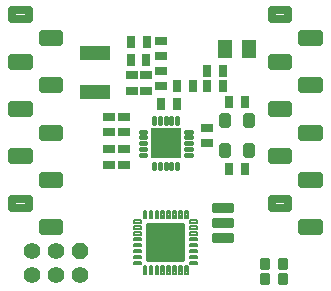
<source format=gts>
G75*
G70*
%OFA0B0*%
%FSLAX24Y24*%
%IPPOS*%
%LPD*%
%AMOC8*
5,1,8,0,0,1.08239X$1,22.5*
%
%ADD10C,0.0079*%
%ADD11C,0.0129*%
%ADD12C,0.0170*%
%ADD13OC8,0.0560*%
%ADD14C,0.0560*%
%ADD15R,0.0490X0.0640*%
%ADD16C,0.0270*%
%ADD17R,0.0394X0.0316*%
%ADD18R,0.0316X0.0394*%
%ADD19R,0.1030X0.1030*%
%ADD20C,0.0156*%
%ADD21C,0.0195*%
%ADD22R,0.1024X0.0512*%
D10*
X007231Y003039D02*
X007469Y003039D01*
X007469Y002959D01*
X007231Y002959D01*
X007231Y003039D01*
X007231Y003037D02*
X007469Y003037D01*
X007469Y003235D02*
X007231Y003235D01*
X007469Y003235D02*
X007469Y003155D01*
X007231Y003155D01*
X007231Y003235D01*
X007231Y003233D02*
X007469Y003233D01*
X007469Y003432D02*
X007231Y003432D01*
X007469Y003432D02*
X007469Y003352D01*
X007231Y003352D01*
X007231Y003432D01*
X007231Y003430D02*
X007469Y003430D01*
X007469Y003629D02*
X007231Y003629D01*
X007469Y003629D02*
X007469Y003549D01*
X007231Y003549D01*
X007231Y003629D01*
X007231Y003627D02*
X007469Y003627D01*
X007469Y003826D02*
X007231Y003826D01*
X007469Y003826D02*
X007469Y003746D01*
X007231Y003746D01*
X007231Y003826D01*
X007231Y003824D02*
X007469Y003824D01*
X007469Y004023D02*
X007231Y004023D01*
X007469Y004023D02*
X007469Y003943D01*
X007231Y003943D01*
X007231Y004023D01*
X007231Y004021D02*
X007469Y004021D01*
X007469Y004220D02*
X007231Y004220D01*
X007469Y004220D02*
X007469Y004140D01*
X007231Y004140D01*
X007231Y004220D01*
X007231Y004218D02*
X007469Y004218D01*
X007469Y004416D02*
X007231Y004416D01*
X007469Y004416D02*
X007469Y004336D01*
X007231Y004336D01*
X007231Y004416D01*
X007231Y004414D02*
X007469Y004414D01*
X007546Y004732D02*
X007626Y004732D01*
X007626Y004494D01*
X007546Y004494D01*
X007546Y004732D01*
X007546Y004572D02*
X007626Y004572D01*
X007626Y004650D02*
X007546Y004650D01*
X007546Y004728D02*
X007626Y004728D01*
X007743Y004732D02*
X007823Y004732D01*
X007823Y004494D01*
X007743Y004494D01*
X007743Y004732D01*
X007743Y004572D02*
X007823Y004572D01*
X007823Y004650D02*
X007743Y004650D01*
X007743Y004728D02*
X007823Y004728D01*
X007940Y004732D02*
X008020Y004732D01*
X008020Y004494D01*
X007940Y004494D01*
X007940Y004732D01*
X007940Y004572D02*
X008020Y004572D01*
X008020Y004650D02*
X007940Y004650D01*
X007940Y004728D02*
X008020Y004728D01*
X008137Y004732D02*
X008217Y004732D01*
X008217Y004494D01*
X008137Y004494D01*
X008137Y004732D01*
X008137Y004572D02*
X008217Y004572D01*
X008217Y004650D02*
X008137Y004650D01*
X008137Y004728D02*
X008217Y004728D01*
X008333Y004732D02*
X008413Y004732D01*
X008413Y004494D01*
X008333Y004494D01*
X008333Y004732D01*
X008333Y004572D02*
X008413Y004572D01*
X008413Y004650D02*
X008333Y004650D01*
X008333Y004728D02*
X008413Y004728D01*
X008530Y004732D02*
X008610Y004732D01*
X008610Y004494D01*
X008530Y004494D01*
X008530Y004732D01*
X008530Y004572D02*
X008610Y004572D01*
X008610Y004650D02*
X008530Y004650D01*
X008530Y004728D02*
X008610Y004728D01*
X008727Y004732D02*
X008807Y004732D01*
X008807Y004494D01*
X008727Y004494D01*
X008727Y004732D01*
X008727Y004572D02*
X008807Y004572D01*
X008807Y004650D02*
X008727Y004650D01*
X008727Y004728D02*
X008807Y004728D01*
X008924Y004732D02*
X009004Y004732D01*
X009004Y004494D01*
X008924Y004494D01*
X008924Y004732D01*
X008924Y004572D02*
X009004Y004572D01*
X009004Y004650D02*
X008924Y004650D01*
X008924Y004728D02*
X009004Y004728D01*
X009081Y004416D02*
X009319Y004416D01*
X009319Y004336D01*
X009081Y004336D01*
X009081Y004416D01*
X009081Y004414D02*
X009319Y004414D01*
X009319Y004220D02*
X009081Y004220D01*
X009319Y004220D02*
X009319Y004140D01*
X009081Y004140D01*
X009081Y004220D01*
X009081Y004218D02*
X009319Y004218D01*
X009319Y004023D02*
X009081Y004023D01*
X009319Y004023D02*
X009319Y003943D01*
X009081Y003943D01*
X009081Y004023D01*
X009081Y004021D02*
X009319Y004021D01*
X009319Y003826D02*
X009081Y003826D01*
X009319Y003826D02*
X009319Y003746D01*
X009081Y003746D01*
X009081Y003826D01*
X009081Y003824D02*
X009319Y003824D01*
X009319Y003629D02*
X009081Y003629D01*
X009319Y003629D02*
X009319Y003549D01*
X009081Y003549D01*
X009081Y003629D01*
X009081Y003627D02*
X009319Y003627D01*
X009319Y003432D02*
X009081Y003432D01*
X009319Y003432D02*
X009319Y003352D01*
X009081Y003352D01*
X009081Y003432D01*
X009081Y003430D02*
X009319Y003430D01*
X009319Y003235D02*
X009081Y003235D01*
X009319Y003235D02*
X009319Y003155D01*
X009081Y003155D01*
X009081Y003235D01*
X009081Y003233D02*
X009319Y003233D01*
X009319Y003039D02*
X009081Y003039D01*
X009319Y003039D02*
X009319Y002959D01*
X009081Y002959D01*
X009081Y003039D01*
X009081Y003037D02*
X009319Y003037D01*
X009004Y002881D02*
X008924Y002881D01*
X009004Y002881D02*
X009004Y002643D01*
X008924Y002643D01*
X008924Y002881D01*
X008924Y002721D02*
X009004Y002721D01*
X009004Y002799D02*
X008924Y002799D01*
X008924Y002877D02*
X009004Y002877D01*
X008807Y002881D02*
X008727Y002881D01*
X008807Y002881D02*
X008807Y002643D01*
X008727Y002643D01*
X008727Y002881D01*
X008727Y002721D02*
X008807Y002721D01*
X008807Y002799D02*
X008727Y002799D01*
X008727Y002877D02*
X008807Y002877D01*
X008610Y002881D02*
X008530Y002881D01*
X008610Y002881D02*
X008610Y002643D01*
X008530Y002643D01*
X008530Y002881D01*
X008530Y002721D02*
X008610Y002721D01*
X008610Y002799D02*
X008530Y002799D01*
X008530Y002877D02*
X008610Y002877D01*
X008413Y002881D02*
X008333Y002881D01*
X008413Y002881D02*
X008413Y002643D01*
X008333Y002643D01*
X008333Y002881D01*
X008333Y002721D02*
X008413Y002721D01*
X008413Y002799D02*
X008333Y002799D01*
X008333Y002877D02*
X008413Y002877D01*
X008217Y002881D02*
X008137Y002881D01*
X008217Y002881D02*
X008217Y002643D01*
X008137Y002643D01*
X008137Y002881D01*
X008137Y002721D02*
X008217Y002721D01*
X008217Y002799D02*
X008137Y002799D01*
X008137Y002877D02*
X008217Y002877D01*
X008020Y002881D02*
X007940Y002881D01*
X008020Y002881D02*
X008020Y002643D01*
X007940Y002643D01*
X007940Y002881D01*
X007940Y002721D02*
X008020Y002721D01*
X008020Y002799D02*
X007940Y002799D01*
X007940Y002877D02*
X008020Y002877D01*
X007823Y002881D02*
X007743Y002881D01*
X007823Y002881D02*
X007823Y002643D01*
X007743Y002643D01*
X007743Y002881D01*
X007743Y002721D02*
X007823Y002721D01*
X007823Y002799D02*
X007743Y002799D01*
X007743Y002877D02*
X007823Y002877D01*
X007626Y002881D02*
X007546Y002881D01*
X007626Y002881D02*
X007626Y002643D01*
X007546Y002643D01*
X007546Y002881D01*
X007546Y002721D02*
X007626Y002721D01*
X007626Y002799D02*
X007546Y002799D01*
X007546Y002877D02*
X007626Y002877D01*
D11*
X007694Y004269D02*
X008856Y004269D01*
X008856Y003107D01*
X007694Y003107D01*
X007694Y004269D01*
X007694Y003235D02*
X008856Y003235D01*
X008856Y003363D02*
X007694Y003363D01*
X007694Y003491D02*
X008856Y003491D01*
X008856Y003619D02*
X007694Y003619D01*
X007694Y003747D02*
X008856Y003747D01*
X008856Y003875D02*
X007694Y003875D01*
X007694Y004003D02*
X008856Y004003D01*
X008856Y004131D02*
X007694Y004131D01*
X007694Y004259D02*
X008856Y004259D01*
D12*
X010460Y004253D02*
X010460Y004423D01*
X010460Y004253D02*
X009890Y004253D01*
X009890Y004423D01*
X010460Y004423D01*
X010460Y004422D02*
X009890Y004422D01*
X010460Y004753D02*
X010460Y004923D01*
X010460Y004753D02*
X009890Y004753D01*
X009890Y004923D01*
X010460Y004923D01*
X010460Y004922D02*
X009890Y004922D01*
X010460Y003923D02*
X010460Y003753D01*
X009890Y003753D01*
X009890Y003923D01*
X010460Y003923D01*
X010460Y003922D02*
X009890Y003922D01*
X011490Y003098D02*
X011660Y003098D01*
X011660Y002878D01*
X011490Y002878D01*
X011490Y003098D01*
X011490Y003047D02*
X011660Y003047D01*
X012090Y003098D02*
X012260Y003098D01*
X012260Y002878D01*
X012090Y002878D01*
X012090Y003098D01*
X012090Y003047D02*
X012260Y003047D01*
X012260Y002598D02*
X012090Y002598D01*
X012260Y002598D02*
X012260Y002378D01*
X012090Y002378D01*
X012090Y002598D01*
X012090Y002547D02*
X012260Y002547D01*
X011660Y002598D02*
X011490Y002598D01*
X011660Y002598D02*
X011660Y002378D01*
X011490Y002378D01*
X011490Y002598D01*
X011490Y002547D02*
X011660Y002547D01*
D13*
X005433Y003388D03*
D14*
X003833Y002588D03*
X004633Y002588D03*
X005433Y002588D03*
X004633Y003388D03*
X003833Y003388D03*
D15*
X010250Y010125D03*
X011050Y010125D03*
D16*
X011813Y009839D02*
X012369Y009839D01*
X012369Y009569D01*
X011813Y009569D01*
X011813Y009839D01*
X011813Y009838D02*
X012369Y009838D01*
X012837Y010626D02*
X013393Y010626D01*
X013393Y010356D01*
X012837Y010356D01*
X012837Y010626D01*
X012837Y010625D02*
X013393Y010625D01*
X012369Y011413D02*
X011813Y011413D01*
X012369Y011413D02*
X012369Y011143D01*
X011813Y011143D01*
X011813Y011413D01*
X011813Y011412D02*
X012369Y011412D01*
X012837Y009051D02*
X013393Y009051D01*
X013393Y008781D01*
X012837Y008781D01*
X012837Y009051D01*
X012837Y009050D02*
X013393Y009050D01*
X012369Y008264D02*
X011813Y008264D01*
X012369Y008264D02*
X012369Y007994D01*
X011813Y007994D01*
X011813Y008264D01*
X011813Y008263D02*
X012369Y008263D01*
X012837Y007476D02*
X013393Y007476D01*
X013393Y007206D01*
X012837Y007206D01*
X012837Y007476D01*
X012837Y007475D02*
X013393Y007475D01*
X012369Y006689D02*
X011813Y006689D01*
X012369Y006689D02*
X012369Y006419D01*
X011813Y006419D01*
X011813Y006689D01*
X011813Y006688D02*
X012369Y006688D01*
X012837Y005901D02*
X013393Y005901D01*
X013393Y005631D01*
X012837Y005631D01*
X012837Y005901D01*
X012837Y005900D02*
X013393Y005900D01*
X012369Y005114D02*
X011813Y005114D01*
X012369Y005114D02*
X012369Y004844D01*
X011813Y004844D01*
X011813Y005114D01*
X011813Y005113D02*
X012369Y005113D01*
X012837Y004327D02*
X013393Y004327D01*
X013393Y004057D01*
X012837Y004057D01*
X012837Y004327D01*
X012837Y004326D02*
X013393Y004326D01*
X004732Y004327D02*
X004176Y004327D01*
X004732Y004327D02*
X004732Y004057D01*
X004176Y004057D01*
X004176Y004327D01*
X004176Y004326D02*
X004732Y004326D01*
X003708Y005114D02*
X003152Y005114D01*
X003708Y005114D02*
X003708Y004844D01*
X003152Y004844D01*
X003152Y005114D01*
X003152Y005113D02*
X003708Y005113D01*
X004176Y005901D02*
X004732Y005901D01*
X004732Y005631D01*
X004176Y005631D01*
X004176Y005901D01*
X004176Y005900D02*
X004732Y005900D01*
X003708Y006689D02*
X003152Y006689D01*
X003708Y006689D02*
X003708Y006419D01*
X003152Y006419D01*
X003152Y006689D01*
X003152Y006688D02*
X003708Y006688D01*
X004176Y007476D02*
X004732Y007476D01*
X004732Y007206D01*
X004176Y007206D01*
X004176Y007476D01*
X004176Y007475D02*
X004732Y007475D01*
X003708Y008264D02*
X003152Y008264D01*
X003708Y008264D02*
X003708Y007994D01*
X003152Y007994D01*
X003152Y008264D01*
X003152Y008263D02*
X003708Y008263D01*
X004176Y009051D02*
X004732Y009051D01*
X004732Y008781D01*
X004176Y008781D01*
X004176Y009051D01*
X004176Y009050D02*
X004732Y009050D01*
X003708Y009839D02*
X003152Y009839D01*
X003708Y009839D02*
X003708Y009569D01*
X003152Y009569D01*
X003152Y009839D01*
X003152Y009838D02*
X003708Y009838D01*
X004176Y010626D02*
X004732Y010626D01*
X004732Y010356D01*
X004176Y010356D01*
X004176Y010626D01*
X004176Y010625D02*
X004732Y010625D01*
X003708Y011413D02*
X003152Y011413D01*
X003708Y011413D02*
X003708Y011143D01*
X003152Y011143D01*
X003152Y011413D01*
X003152Y011412D02*
X003708Y011412D01*
D17*
X007138Y009256D03*
X007625Y009256D03*
X008113Y009393D03*
X008113Y009882D03*
X008113Y010393D03*
X008113Y008882D03*
X007625Y008744D03*
X007138Y008744D03*
X006900Y007868D03*
X006400Y007868D03*
X006400Y007357D03*
X006900Y007357D03*
X006900Y006781D03*
X006400Y006781D03*
X006400Y006269D03*
X006900Y006269D03*
X009650Y006982D03*
X009650Y007493D03*
D18*
X010394Y008363D03*
X010181Y008900D03*
X009669Y008900D03*
X009181Y008900D03*
X008669Y008900D03*
X008643Y008288D03*
X008132Y008288D03*
X007618Y009750D03*
X007107Y009750D03*
X007132Y010375D03*
X007643Y010375D03*
X009669Y009400D03*
X010181Y009400D03*
X010906Y008363D03*
X010906Y006113D03*
X010394Y006113D03*
D19*
X008275Y006988D03*
D20*
X008275Y007669D02*
X008275Y007823D01*
X008469Y007823D02*
X008469Y007669D01*
X008663Y007669D02*
X008663Y007823D01*
X008956Y007376D02*
X009110Y007376D01*
X009110Y007182D02*
X008956Y007182D01*
X008956Y006988D02*
X009110Y006988D01*
X009110Y006793D02*
X008956Y006793D01*
X008956Y006599D02*
X009110Y006599D01*
X008663Y006306D02*
X008663Y006152D01*
X008469Y006152D02*
X008469Y006306D01*
X008275Y006306D02*
X008275Y006152D01*
X008081Y006152D02*
X008081Y006306D01*
X007887Y006306D02*
X007887Y006152D01*
X007594Y006599D02*
X007440Y006599D01*
X007440Y006793D02*
X007594Y006793D01*
X007594Y006988D02*
X007440Y006988D01*
X007440Y007182D02*
X007594Y007182D01*
X007594Y007376D02*
X007440Y007376D01*
X007887Y007669D02*
X007887Y007823D01*
X008081Y007823D02*
X008081Y007669D01*
D21*
X010348Y007590D02*
X010348Y007886D01*
X010348Y007590D02*
X010152Y007590D01*
X010152Y007886D01*
X010348Y007886D01*
X010348Y007784D02*
X010152Y007784D01*
X011148Y007886D02*
X011148Y007590D01*
X010952Y007590D01*
X010952Y007886D01*
X011148Y007886D01*
X011148Y007784D02*
X010952Y007784D01*
X011148Y006886D02*
X011148Y006590D01*
X010952Y006590D01*
X010952Y006886D01*
X011148Y006886D01*
X011148Y006784D02*
X010952Y006784D01*
X010348Y006886D02*
X010348Y006590D01*
X010152Y006590D01*
X010152Y006886D01*
X010348Y006886D01*
X010348Y006784D02*
X010152Y006784D01*
D22*
X005925Y008700D03*
X005925Y010000D03*
M02*

</source>
